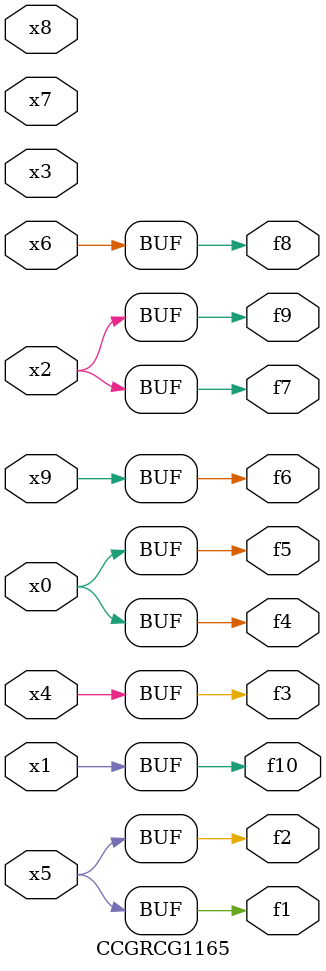
<source format=v>
module CCGRCG1165(
	input x0, x1, x2, x3, x4, x5, x6, x7, x8, x9,
	output f1, f2, f3, f4, f5, f6, f7, f8, f9, f10
);
	assign f1 = x5;
	assign f2 = x5;
	assign f3 = x4;
	assign f4 = x0;
	assign f5 = x0;
	assign f6 = x9;
	assign f7 = x2;
	assign f8 = x6;
	assign f9 = x2;
	assign f10 = x1;
endmodule

</source>
